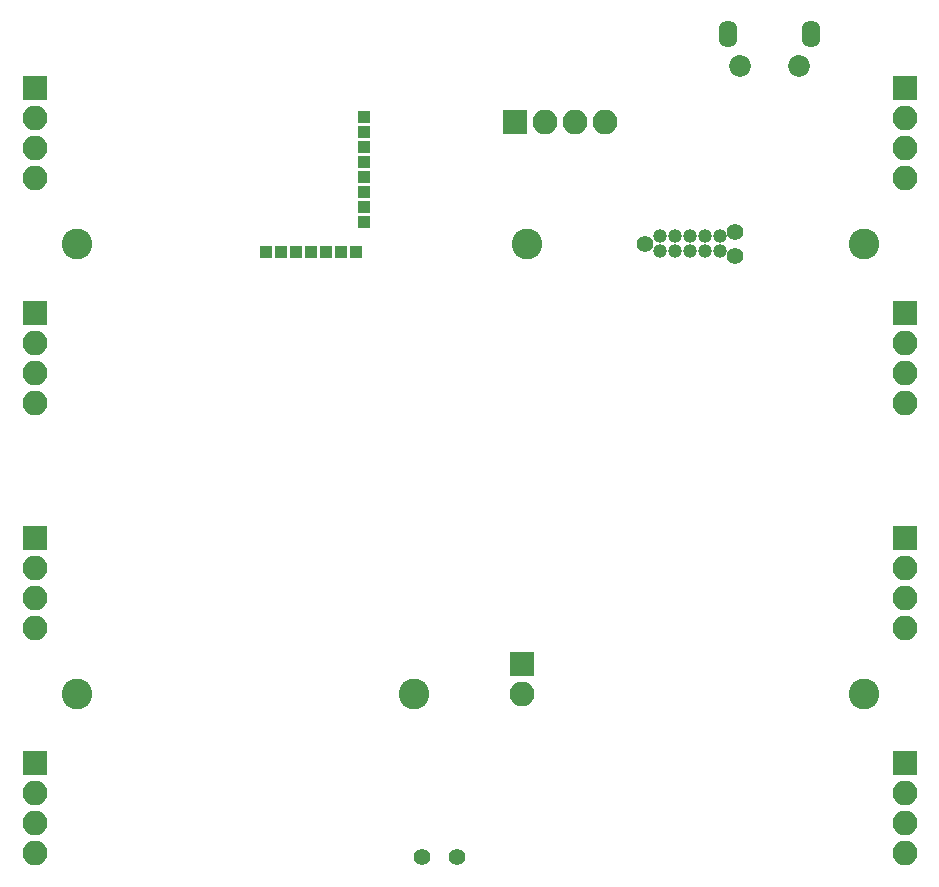
<source format=gbr>
G04 #@! TF.GenerationSoftware,KiCad,Pcbnew,(5.0.0)*
G04 #@! TF.CreationDate,2020-05-09T15:36:12-06:00*
G04 #@! TF.ProjectId,4x4_backpack,3478345F6261636B7061636B2E6B6963,rev?*
G04 #@! TF.SameCoordinates,Original*
G04 #@! TF.FileFunction,Soldermask,Bot*
G04 #@! TF.FilePolarity,Negative*
%FSLAX46Y46*%
G04 Gerber Fmt 4.6, Leading zero omitted, Abs format (unit mm)*
G04 Created by KiCad (PCBNEW (5.0.0)) date 05/09/20 15:36:12*
%MOMM*%
%LPD*%
G01*
G04 APERTURE LIST*
%ADD10C,1.850000*%
%ADD11O,1.600000X2.300000*%
%ADD12R,2.100000X2.100000*%
%ADD13O,2.100000X2.100000*%
%ADD14C,2.600000*%
%ADD15C,1.400000*%
%ADD16C,1.390600*%
%ADD17C,1.187400*%
%ADD18R,1.035000X1.035000*%
G04 APERTURE END LIST*
D10*
G04 #@! TO.C,J17*
X142200000Y-80329500D03*
X137200000Y-80329500D03*
D11*
X143200000Y-77629500D03*
X136200000Y-77629500D03*
G04 #@! TD*
D12*
G04 #@! TO.C,J1*
X77470000Y-82232500D03*
D13*
X77470000Y-84772500D03*
X77470000Y-87312500D03*
X77470000Y-89852500D03*
G04 #@! TD*
G04 #@! TO.C,J2*
X77470000Y-108902500D03*
X77470000Y-106362500D03*
X77470000Y-103822500D03*
D12*
X77470000Y-101282500D03*
G04 #@! TD*
G04 #@! TO.C,J3*
X77470000Y-120332500D03*
D13*
X77470000Y-122872500D03*
X77470000Y-125412500D03*
X77470000Y-127952500D03*
G04 #@! TD*
G04 #@! TO.C,J4*
X77470000Y-147002500D03*
X77470000Y-144462500D03*
X77470000Y-141922500D03*
D12*
X77470000Y-139382500D03*
G04 #@! TD*
G04 #@! TO.C,J5*
X151130000Y-82232500D03*
D13*
X151130000Y-84772500D03*
X151130000Y-87312500D03*
X151130000Y-89852500D03*
G04 #@! TD*
G04 #@! TO.C,J6*
X151130000Y-108902500D03*
X151130000Y-106362500D03*
X151130000Y-103822500D03*
D12*
X151130000Y-101282500D03*
G04 #@! TD*
G04 #@! TO.C,J7*
X151130000Y-120332500D03*
D13*
X151130000Y-122872500D03*
X151130000Y-125412500D03*
X151130000Y-127952500D03*
G04 #@! TD*
G04 #@! TO.C,J8*
X151130000Y-147002500D03*
X151130000Y-144462500D03*
X151130000Y-141922500D03*
D12*
X151130000Y-139382500D03*
G04 #@! TD*
G04 #@! TO.C,J9*
X118110000Y-85090000D03*
D13*
X120650000Y-85090000D03*
X123190000Y-85090000D03*
X125730000Y-85090000D03*
G04 #@! TD*
D14*
G04 #@! TO.C,J11*
X81026000Y-133477000D03*
G04 #@! TD*
G04 #@! TO.C,J12*
X147701000Y-95377000D03*
G04 #@! TD*
G04 #@! TO.C,J13*
X147701000Y-133477000D03*
G04 #@! TD*
G04 #@! TO.C,J14*
X109601000Y-133477000D03*
G04 #@! TD*
G04 #@! TO.C,J15*
X119126000Y-95377000D03*
G04 #@! TD*
G04 #@! TO.C,J16*
X81026000Y-95377000D03*
G04 #@! TD*
D15*
G04 #@! TO.C,SW1*
X110260000Y-147320000D03*
X113260000Y-147320000D03*
G04 #@! TD*
D16*
G04 #@! TO.C,J10*
X136779000Y-96393000D03*
X136779000Y-94361000D03*
X129159000Y-95377000D03*
D17*
X130429000Y-94742000D03*
X131699000Y-94742000D03*
X132969000Y-94742000D03*
X134239000Y-94742000D03*
X135509000Y-94742000D03*
X135509000Y-96012000D03*
X134239000Y-96012000D03*
X132969000Y-96012000D03*
X131699000Y-96012000D03*
X130429000Y-96012000D03*
G04 #@! TD*
D18*
G04 #@! TO.C,U1*
X105339000Y-84620000D03*
X105339000Y-85890000D03*
X105339000Y-87160000D03*
X105339000Y-88430000D03*
X105339000Y-89700000D03*
X105339000Y-90970000D03*
X105339000Y-92240000D03*
X105339000Y-93510000D03*
X97084000Y-96050000D03*
X98354000Y-96050000D03*
X99624000Y-96050000D03*
X104704000Y-96050000D03*
X103434000Y-96050000D03*
X102164000Y-96050000D03*
X100894000Y-96050000D03*
G04 #@! TD*
D12*
G04 #@! TO.C,J18*
X118745000Y-130937000D03*
D13*
X118745000Y-133477000D03*
G04 #@! TD*
M02*

</source>
